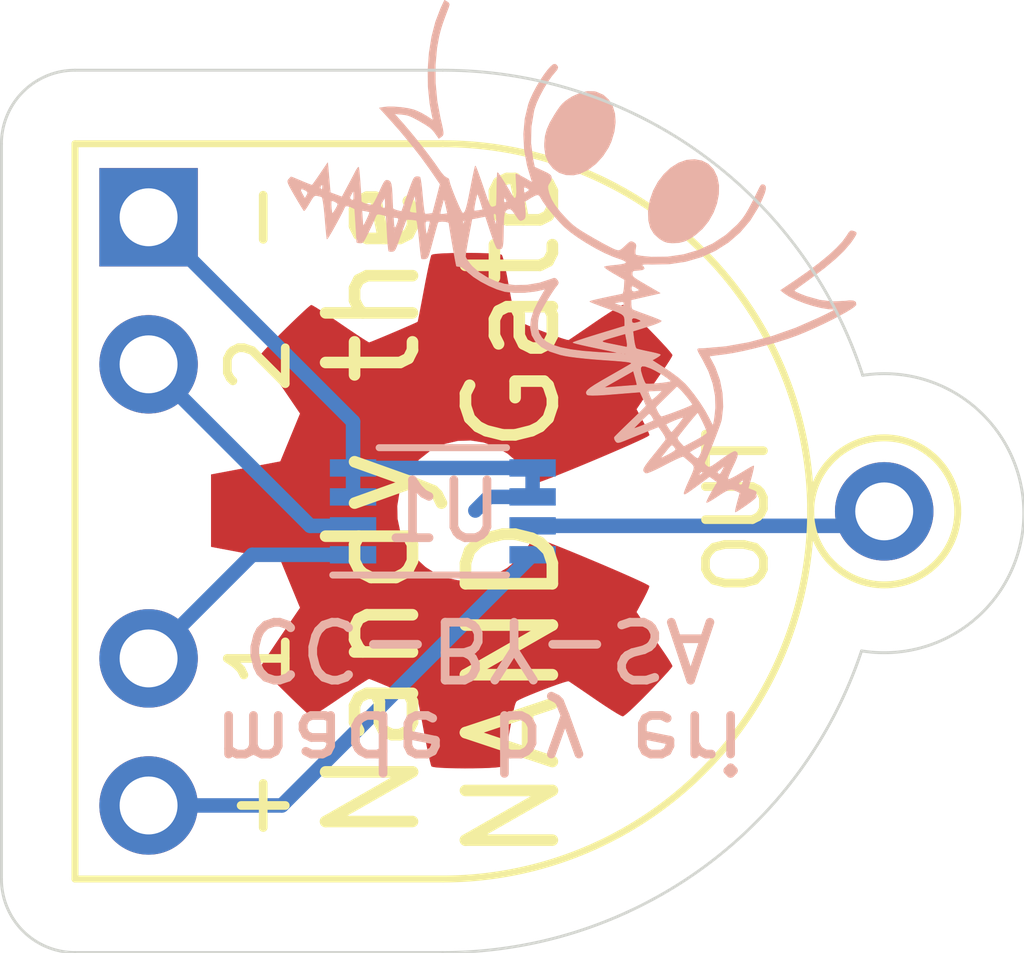
<source format=kicad_pcb>
(kicad_pcb (version 20171130) (host pcbnew 5.1.9-73d0e3b20d~88~ubuntu20.10.1)

  (general
    (thickness 1.6)
    (drawings 20)
    (tracks 14)
    (zones 0)
    (modules 6)
    (nets 6)
  )

  (page A4)
  (layers
    (0 F.Cu signal)
    (31 B.Cu signal)
    (32 B.Adhes user)
    (33 F.Adhes user)
    (34 B.Paste user)
    (35 F.Paste user)
    (36 B.SilkS user)
    (37 F.SilkS user)
    (38 B.Mask user)
    (39 F.Mask user)
    (40 Dwgs.User user)
    (41 Cmts.User user)
    (42 Eco1.User user)
    (43 Eco2.User user)
    (44 Edge.Cuts user)
    (45 Margin user)
    (46 B.CrtYd user)
    (47 F.CrtYd user)
    (48 B.Fab user hide)
    (49 F.Fab user hide)
  )

  (setup
    (last_trace_width 0.25)
    (user_trace_width 0.5)
    (user_trace_width 1)
    (trace_clearance 0.2)
    (zone_clearance 0.508)
    (zone_45_only no)
    (trace_min 0.2)
    (via_size 0.8)
    (via_drill 0.4)
    (via_min_size 0.4)
    (via_min_drill 0.3)
    (uvia_size 0.3)
    (uvia_drill 0.1)
    (uvias_allowed no)
    (uvia_min_size 0.2)
    (uvia_min_drill 0.1)
    (edge_width 0.05)
    (segment_width 0.2)
    (pcb_text_width 0.3)
    (pcb_text_size 1.5 1.5)
    (mod_edge_width 0.12)
    (mod_text_size 1 1)
    (mod_text_width 0.15)
    (pad_size 1.7 1.7)
    (pad_drill 1)
    (pad_to_mask_clearance 0)
    (aux_axis_origin 0 0)
    (visible_elements FFFFFF7F)
    (pcbplotparams
      (layerselection 0x010f0_ffffffff)
      (usegerberextensions false)
      (usegerberattributes true)
      (usegerberadvancedattributes true)
      (creategerberjobfile true)
      (excludeedgelayer true)
      (linewidth 0.100000)
      (plotframeref false)
      (viasonmask false)
      (mode 1)
      (useauxorigin false)
      (hpglpennumber 1)
      (hpglpenspeed 20)
      (hpglpendiameter 15.000000)
      (psnegative false)
      (psa4output false)
      (plotreference true)
      (plotvalue true)
      (plotinvisibletext false)
      (padsonsilk false)
      (subtractmaskfromsilk false)
      (outputformat 1)
      (mirror false)
      (drillshape 0)
      (scaleselection 1)
      (outputdirectory "jlc/"))
  )

  (net 0 "")
  (net 1 VCC)
  (net 2 GND)
  (net 3 "Net-(J4-Pad1)")
  (net 4 "Net-(J1-Pad1)")
  (net 5 "Net-(J2-Pad2)")

  (net_class Default "This is the default net class."
    (clearance 0.2)
    (trace_width 0.25)
    (via_dia 0.8)
    (via_drill 0.4)
    (uvia_dia 0.3)
    (uvia_drill 0.1)
    (add_net GND)
    (add_net "Net-(J1-Pad1)")
    (add_net "Net-(J2-Pad2)")
    (add_net "Net-(J4-Pad1)")
    (add_net VCC)
  )

  (module Symbol:OSHW-Symbol_8.9x8mm_Copper (layer F.Cu) (tedit 0) (tstamp 6088EFF3)
    (at 88.9 127 90)
    (descr "Open Source Hardware Symbol")
    (tags "Logo Symbol OSHW")
    (attr virtual)
    (fp_text reference REF** (at 0 0 90) (layer F.SilkS) hide
      (effects (font (size 1 1) (thickness 0.15)))
    )
    (fp_text value OSHW-Symbol_8.9x8mm_Copper (at 0.75 0 90) (layer F.Fab) hide
      (effects (font (size 1 1) (thickness 0.15)))
    )
    (fp_poly (pts (xy 0.746536 -3.399573) (xy 0.859118 -2.802382) (xy 1.274531 -2.631135) (xy 1.689945 -2.459888)
      (xy 2.188302 -2.798767) (xy 2.327869 -2.893123) (xy 2.454029 -2.97737) (xy 2.560896 -3.047662)
      (xy 2.642583 -3.100153) (xy 2.693202 -3.130996) (xy 2.706987 -3.137647) (xy 2.731821 -3.120542)
      (xy 2.784889 -3.073256) (xy 2.860241 -3.001828) (xy 2.95193 -2.9123) (xy 3.054008 -2.810711)
      (xy 3.160527 -2.703102) (xy 3.265537 -2.595513) (xy 3.363092 -2.493985) (xy 3.447243 -2.404559)
      (xy 3.512041 -2.333274) (xy 3.551538 -2.286172) (xy 3.560981 -2.270408) (xy 3.547392 -2.241347)
      (xy 3.509294 -2.177679) (xy 3.450694 -2.085633) (xy 3.375598 -1.971436) (xy 3.288009 -1.841316)
      (xy 3.237255 -1.767099) (xy 3.144746 -1.631578) (xy 3.062541 -1.509284) (xy 2.994631 -1.406305)
      (xy 2.945001 -1.328727) (xy 2.917641 -1.282639) (xy 2.91353 -1.272953) (xy 2.92285 -1.245426)
      (xy 2.948255 -1.181272) (xy 2.985912 -1.08951) (xy 3.031987 -0.979161) (xy 3.082647 -0.859245)
      (xy 3.13406 -0.738781) (xy 3.18239 -0.626791) (xy 3.223807 -0.532293) (xy 3.254475 -0.464308)
      (xy 3.270562 -0.431857) (xy 3.271512 -0.43058) (xy 3.296773 -0.424383) (xy 3.364046 -0.41056)
      (xy 3.466361 -0.390468) (xy 3.596742 -0.365466) (xy 3.748217 -0.336914) (xy 3.836594 -0.320449)
      (xy 3.998453 -0.289631) (xy 4.14465 -0.260306) (xy 4.267788 -0.234079) (xy 4.36047 -0.212554)
      (xy 4.415302 -0.197335) (xy 4.426324 -0.192507) (xy 4.437119 -0.159826) (xy 4.44583 -0.086015)
      (xy 4.452461 0.020292) (xy 4.457019 0.150467) (xy 4.45951 0.295876) (xy 4.459939 0.44789)
      (xy 4.458312 0.597877) (xy 4.454636 0.737206) (xy 4.448916 0.857245) (xy 4.441158 0.949365)
      (xy 4.431369 1.004932) (xy 4.425497 1.0165) (xy 4.3904 1.030365) (xy 4.316029 1.050188)
      (xy 4.212224 1.073639) (xy 4.08882 1.098391) (xy 4.045742 1.106398) (xy 3.838048 1.144441)
      (xy 3.673985 1.175079) (xy 3.548131 1.199529) (xy 3.455066 1.219009) (xy 3.389368 1.234736)
      (xy 3.345618 1.247928) (xy 3.318393 1.259804) (xy 3.302273 1.27158) (xy 3.300018 1.273908)
      (xy 3.277504 1.3114) (xy 3.243159 1.384365) (xy 3.200412 1.483867) (xy 3.152693 1.600973)
      (xy 3.103431 1.726748) (xy 3.056056 1.852257) (xy 3.013996 1.968565) (xy 2.980681 2.066739)
      (xy 2.959542 2.137843) (xy 2.954006 2.172942) (xy 2.954467 2.174172) (xy 2.973224 2.202861)
      (xy 3.015777 2.265985) (xy 3.077654 2.356973) (xy 3.154383 2.469255) (xy 3.241492 2.59626)
      (xy 3.266299 2.632353) (xy 3.354753 2.763203) (xy 3.432589 2.882591) (xy 3.495567 2.983662)
      (xy 3.539446 3.059559) (xy 3.559986 3.103427) (xy 3.560981 3.108817) (xy 3.543723 3.137144)
      (xy 3.496036 3.193261) (xy 3.424051 3.271137) (xy 3.333898 3.36474) (xy 3.231706 3.468041)
      (xy 3.123606 3.575006) (xy 3.015729 3.679606) (xy 2.914205 3.775809) (xy 2.825163 3.857584)
      (xy 2.754734 3.9189) (xy 2.709048 3.953726) (xy 2.69641 3.959412) (xy 2.666992 3.94602)
      (xy 2.606762 3.909899) (xy 2.52553 3.857136) (xy 2.463031 3.814667) (xy 2.349786 3.73674)
      (xy 2.215675 3.644984) (xy 2.081156 3.553375) (xy 2.008834 3.504346) (xy 1.764039 3.33877)
      (xy 1.558551 3.449875) (xy 1.464937 3.498548) (xy 1.385331 3.536381) (xy 1.331468 3.557958)
      (xy 1.317758 3.560961) (xy 1.301271 3.538793) (xy 1.268746 3.476149) (xy 1.222609 3.378809)
      (xy 1.165291 3.252549) (xy 1.099217 3.10315) (xy 1.026816 2.936388) (xy 0.950517 2.758042)
      (xy 0.872747 2.573891) (xy 0.795935 2.389712) (xy 0.722507 2.211285) (xy 0.654893 2.044387)
      (xy 0.595521 1.894797) (xy 0.546817 1.768293) (xy 0.511211 1.670654) (xy 0.491131 1.607657)
      (xy 0.487901 1.586021) (xy 0.513497 1.558424) (xy 0.569539 1.513625) (xy 0.644312 1.460934)
      (xy 0.650588 1.456765) (xy 0.843846 1.302069) (xy 0.999675 1.121591) (xy 1.116725 0.921102)
      (xy 1.193646 0.706374) (xy 1.229087 0.483177) (xy 1.221698 0.257281) (xy 1.170128 0.034459)
      (xy 1.073027 -0.179521) (xy 1.044459 -0.226336) (xy 0.895869 -0.415382) (xy 0.720328 -0.567188)
      (xy 0.523911 -0.680966) (xy 0.312694 -0.755925) (xy 0.092754 -0.791278) (xy -0.129836 -0.786233)
      (xy -0.348998 -0.740001) (xy -0.558657 -0.651794) (xy -0.752738 -0.520821) (xy -0.812773 -0.467663)
      (xy -0.965564 -0.301261) (xy -1.076902 -0.126088) (xy -1.153276 0.070266) (xy -1.195812 0.264717)
      (xy -1.206313 0.483342) (xy -1.171299 0.703052) (xy -1.094326 0.91642) (xy -0.978952 1.116022)
      (xy -0.828734 1.294429) (xy -0.647226 1.444217) (xy -0.623372 1.460006) (xy -0.547798 1.511712)
      (xy -0.490348 1.556512) (xy -0.462882 1.585117) (xy -0.462482 1.586021) (xy -0.468379 1.616964)
      (xy -0.491754 1.687191) (xy -0.530178 1.790925) (xy -0.581222 1.92239) (xy -0.642457 2.075807)
      (xy -0.711455 2.245401) (xy -0.785786 2.425393) (xy -0.863021 2.610008) (xy -0.940731 2.793468)
      (xy -1.016488 2.969996) (xy -1.087862 3.133814) (xy -1.152425 3.279147) (xy -1.207747 3.400217)
      (xy -1.251399 3.491247) (xy -1.280953 3.54646) (xy -1.292855 3.560961) (xy -1.329222 3.549669)
      (xy -1.397269 3.519385) (xy -1.485263 3.47552) (xy -1.533649 3.449875) (xy -1.739136 3.33877)
      (xy -1.983931 3.504346) (xy -2.108893 3.58917) (xy -2.245704 3.682516) (xy -2.373911 3.770408)
      (xy -2.438128 3.814667) (xy -2.528448 3.875318) (xy -2.604928 3.923381) (xy -2.657592 3.95277)
      (xy -2.674697 3.958982) (xy -2.699594 3.942223) (xy -2.754694 3.895436) (xy -2.834656 3.82348)
      (xy -2.934139 3.731212) (xy -3.047799 3.62349) (xy -3.119684 3.554326) (xy -3.245448 3.430757)
      (xy -3.354136 3.320234) (xy -3.441354 3.227485) (xy -3.50271 3.157237) (xy -3.533808 3.11422)
      (xy -3.536791 3.10549) (xy -3.522946 3.072284) (xy -3.484687 3.005142) (xy -3.426258 2.910863)
      (xy -3.351902 2.796245) (xy -3.265864 2.668083) (xy -3.241397 2.632353) (xy -3.152245 2.502489)
      (xy -3.072261 2.385569) (xy -3.005919 2.288162) (xy -2.957688 2.216839) (xy -2.932042 2.17817)
      (xy -2.929564 2.174172) (xy -2.93327 2.143355) (xy -2.952938 2.075599) (xy -2.985139 1.979839)
      (xy -3.026444 1.865009) (xy -3.073424 1.740044) (xy -3.12265 1.613879) (xy -3.170691 1.495448)
      (xy -3.214118 1.393685) (xy -3.249503 1.317526) (xy -3.273415 1.275904) (xy -3.275115 1.273908)
      (xy -3.289737 1.262013) (xy -3.314434 1.25025) (xy -3.354627 1.237401) (xy -3.415736 1.222249)
      (xy -3.503182 1.203576) (xy -3.622387 1.180165) (xy -3.778772 1.150797) (xy -3.977756 1.114255)
      (xy -4.020839 1.106398) (xy -4.148529 1.081727) (xy -4.259846 1.057593) (xy -4.344954 1.036324)
      (xy -4.394016 1.020248) (xy -4.400594 1.0165) (xy -4.411435 0.983273) (xy -4.420246 0.909021)
      (xy -4.427023 0.802376) (xy -4.431759 0.671967) (xy -4.434449 0.526427) (xy -4.435086 0.374386)
      (xy -4.433665 0.224476) (xy -4.430179 0.085328) (xy -4.424623 -0.034428) (xy -4.416991 -0.126159)
      (xy -4.407277 -0.181234) (xy -4.401421 -0.192507) (xy -4.368819 -0.203877) (xy -4.294581 -0.222376)
      (xy -4.186103 -0.246398) (xy -4.050782 -0.274338) (xy -3.896014 -0.304592) (xy -3.811692 -0.320449)
      (xy -3.651703 -0.350356) (xy -3.509032 -0.37745) (xy -3.390651 -0.400369) (xy -3.303534 -0.417757)
      (xy -3.254654 -0.428253) (xy -3.246609 -0.43058) (xy -3.233012 -0.456814) (xy -3.20427 -0.520005)
      (xy -3.164214 -0.611123) (xy -3.116675 -0.721143) (xy -3.065484 -0.841035) (xy -3.014473 -0.961773)
      (xy -2.967473 -1.074329) (xy -2.928315 -1.169674) (xy -2.90083 -1.238783) (xy -2.88885 -1.272626)
      (xy -2.888627 -1.274105) (xy -2.902208 -1.300803) (xy -2.940284 -1.36224) (xy -2.998852 -1.452311)
      (xy -3.073911 -1.56491) (xy -3.161459 -1.69393) (xy -3.212352 -1.768039) (xy -3.30509 -1.903923)
      (xy -3.387458 -2.027291) (xy -3.455438 -2.131903) (xy -3.505011 -2.211517) (xy -3.532157 -2.259893)
      (xy -3.536078 -2.270738) (xy -3.519224 -2.29598) (xy -3.472631 -2.349876) (xy -3.402251 -2.426387)
      (xy -3.314034 -2.519477) (xy -3.213934 -2.623105) (xy -3.107901 -2.731236) (xy -3.001888 -2.83783)
      (xy -2.901847 -2.93685) (xy -2.813729 -3.022258) (xy -2.743486 -3.088015) (xy -2.697071 -3.128084)
      (xy -2.681543 -3.137647) (xy -2.65626 -3.1242) (xy -2.595788 -3.086425) (xy -2.506007 -3.028165)
      (xy -2.392796 -2.953266) (xy -2.262036 -2.865575) (xy -2.1634 -2.798767) (xy -1.665042 -2.459888)
      (xy -1.249629 -2.631135) (xy -0.834215 -2.802382) (xy -0.721633 -3.399573) (xy -0.60905 -3.996765)
      (xy 0.633953 -3.996765) (xy 0.746536 -3.399573)) (layer F.Cu) (width 0.01))
  )

  (module "random stuff:mothfacefixed" (layer B.Cu) (tedit 0) (tstamp 60878A7D)
    (at 90.805 123.19 330)
    (fp_text reference Ref** (at 0 0 330) (layer B.SilkS) hide
      (effects (font (size 1.27 1.27) (thickness 0.15)) (justify mirror))
    )
    (fp_text value Val** (at 0 0 330) (layer B.SilkS) hide
      (effects (font (size 1.27 1.27) (thickness 0.15)) (justify mirror))
    )
    (fp_poly (pts (xy 2.985057 1.907836) (xy 3.024025 1.85998) (xy 3.075911 1.787532) (xy 3.136385 1.696407)
      (xy 3.172181 1.639759) (xy 3.234029 1.542684) (xy 3.289787 1.459798) (xy 3.335094 1.397229)
      (xy 3.365593 1.361102) (xy 3.375025 1.354667) (xy 3.408895 1.358619) (xy 3.468945 1.368801)
      (xy 3.518841 1.378378) (xy 3.570344 1.389125) (xy 3.60646 1.401858) (xy 3.630701 1.423683)
      (xy 3.646578 1.461708) (xy 3.647312 1.465792) (xy 3.767991 1.465792) (xy 3.775705 1.428629)
      (xy 3.788833 1.418167) (xy 3.809161 1.430321) (xy 3.809676 1.434042) (xy 3.7991 1.463722)
      (xy 3.788833 1.481667) (xy 3.773393 1.49829) (xy 3.768226 1.477267) (xy 3.767991 1.465792)
      (xy 3.647312 1.465792) (xy 3.657602 1.523039) (xy 3.667285 1.614785) (xy 3.674453 1.693333)
      (xy 3.683468 1.776449) (xy 3.693683 1.84701) (xy 3.703016 1.890849) (xy 3.703771 1.893079)
      (xy 3.710892 1.906547) (xy 3.720356 1.906818) (xy 3.734535 1.889554) (xy 3.7558 1.850415)
      (xy 3.786522 1.785062) (xy 3.829073 1.689157) (xy 3.882517 1.566017) (xy 3.942085 1.428116)
      (xy 4.106333 1.44378) (xy 4.106333 1.64264) (xy 4.108004 1.728522) (xy 4.11249 1.795755)
      (xy 4.119006 1.835097) (xy 4.123262 1.8415) (xy 4.139506 1.823764) (xy 4.168438 1.776384)
      (xy 4.204901 1.708107) (xy 4.22099 1.675775) (xy 4.273124 1.571852) (xy 4.314055 1.500426)
      (xy 4.349439 1.455164) (xy 4.384934 1.429732) (xy 4.426195 1.417795) (xy 4.454204 1.414623)
      (xy 4.537491 1.407971) (xy 4.580008 1.571819) (xy 4.601148 1.648004) (xy 4.619643 1.705239)
      (xy 4.632262 1.733796) (xy 4.634304 1.735328) (xy 4.647449 1.717208) (xy 4.673847 1.668446)
      (xy 4.709363 1.596998) (xy 4.740781 1.530533) (xy 4.78633 1.426939) (xy 4.810723 1.358216)
      (xy 4.814448 1.322853) (xy 4.809572 1.317441) (xy 4.786257 1.291664) (xy 4.783667 1.276959)
      (xy 4.774698 1.257144) (xy 4.741269 1.25359) (xy 4.703262 1.258697) (xy 4.622858 1.272281)
      (xy 4.573451 1.080641) (xy 4.55067 0.997548) (xy 4.530282 0.932624) (xy 4.515259 0.894892)
      (xy 4.510382 0.889) (xy 4.495647 0.906565) (xy 4.465986 0.954251) (xy 4.425861 1.024547)
      (xy 4.384633 1.100667) (xy 4.337676 1.185075) (xy 4.295312 1.253498) (xy 4.271586 1.285961)
      (xy 4.43796 1.285961) (xy 4.438733 1.262432) (xy 4.448851 1.23825) (xy 4.467922 1.199679)
      (xy 4.47768 1.185333) (xy 4.484642 1.203273) (xy 4.492514 1.23825) (xy 4.493139 1.278399)
      (xy 4.469304 1.291008) (xy 4.463685 1.291167) (xy 4.43796 1.285961) (xy 4.271586 1.285961)
      (xy 4.262523 1.29836) (xy 4.245474 1.312334) (xy 4.231383 1.297792) (xy 4.219829 1.251568)
      (xy 4.210095 1.169759) (xy 4.203733 1.085443) (xy 4.194695 0.973433) (xy 4.183174 0.897835)
      (xy 4.166918 0.852729) (xy 4.143676 0.832194) (xy 4.111195 0.83031) (xy 4.106965 0.830987)
      (xy 4.086771 0.85147) (xy 4.05473 0.903249) (xy 4.01523 0.978521) (xy 3.972663 1.069485)
      (xy 3.972276 1.070359) (xy 3.928287 1.168683) (xy 3.896638 1.234373) (xy 3.872796 1.27362)
      (xy 3.852229 1.292614) (xy 3.830405 1.297549) (xy 3.807602 1.29533) (xy 3.763969 1.281703)
      (xy 3.746291 1.262306) (xy 3.742592 1.204662) (xy 3.733131 1.116926) (xy 3.719333 1.008703)
      (xy 3.702625 0.8896) (xy 3.684433 0.769222) (xy 3.666184 0.657174) (xy 3.649304 0.563063)
      (xy 3.635219 0.496493) (xy 3.629574 0.47625) (xy 3.539163 0.268749) (xy 3.413847 0.073083)
      (xy 3.260334 -0.10246) (xy 3.085335 -0.249591) (xy 2.994289 -0.308501) (xy 2.94102 -0.34077)
      (xy 2.906766 -0.363538) (xy 2.899833 -0.369849) (xy 2.915744 -0.384056) (xy 2.959122 -0.418409)
      (xy 3.023435 -0.467828) (xy 3.102152 -0.527237) (xy 3.106208 -0.530274) (xy 3.223732 -0.624625)
      (xy 3.359602 -0.744244) (xy 3.505842 -0.881242) (xy 3.654475 -1.027734) (xy 3.797525 -1.175832)
      (xy 3.927014 -1.31765) (xy 4.034965 -1.4453) (xy 4.047046 -1.4605) (xy 4.140744 -1.582906)
      (xy 4.235148 -1.712536) (xy 4.327078 -1.844384) (xy 4.41335 -1.973441) (xy 4.490786 -2.094699)
      (xy 4.556202 -2.203152) (xy 4.606417 -2.293791) (xy 4.638251 -2.361609) (xy 4.648521 -2.401597)
      (xy 4.647669 -2.405917) (xy 4.621002 -2.440546) (xy 4.577943 -2.442323) (xy 4.515347 -2.410673)
      (xy 4.463047 -2.372185) (xy 4.278392 -2.251626) (xy 4.065252 -2.160483) (xy 3.826688 -2.099939)
      (xy 3.71668 -2.083563) (xy 3.646795 -2.076817) (xy 3.610951 -2.078605) (xy 3.601534 -2.089895)
      (xy 3.603724 -2.097933) (xy 3.616186 -2.126589) (xy 3.642675 -2.186547) (xy 3.679933 -2.270462)
      (xy 3.724703 -2.370992) (xy 3.752893 -2.434167) (xy 3.860199 -2.687552) (xy 3.941776 -2.909897)
      (xy 3.998281 -3.103267) (xy 4.030368 -3.269727) (xy 4.036285 -3.326224) (xy 4.042013 -3.412086)
      (xy 4.040251 -3.462944) (xy 4.027052 -3.485979) (xy 3.998466 -3.48837) (xy 3.952875 -3.477909)
      (xy 3.93011 -3.462588) (xy 3.918811 -3.425299) (xy 3.915833 -3.358231) (xy 3.903983 -3.23789)
      (xy 3.869201 -3.086068) (xy 3.812642 -2.906098) (xy 3.735461 -2.701314) (xy 3.638813 -2.475047)
      (xy 3.528406 -2.239936) (xy 3.39725 -1.971622) (xy 3.476466 -1.959253) (xy 3.580262 -1.953943)
      (xy 3.711061 -1.963472) (xy 3.857152 -1.985555) (xy 4.006822 -2.01791) (xy 4.148358 -2.058254)
      (xy 4.270047 -2.104304) (xy 4.304338 -2.12061) (xy 4.338454 -2.137927) (xy 4.360149 -2.146568)
      (xy 4.367605 -2.142195) (xy 4.359006 -2.12047) (xy 4.332536 -2.077054) (xy 4.286379 -2.007611)
      (xy 4.218719 -1.9078) (xy 4.209638 -1.894417) (xy 3.948812 -1.538903) (xy 3.668604 -1.21172)
      (xy 3.372319 -0.916109) (xy 3.063259 -0.655311) (xy 2.74473 -0.432566) (xy 2.676436 -0.390622)
      (xy 2.664709 -0.377721) (xy 2.673066 -0.360463) (xy 2.706355 -0.334781) (xy 2.769427 -0.296609)
      (xy 2.827883 -0.263622) (xy 3.020473 -0.138125) (xy 3.190625 0.009483) (xy 3.331905 0.172703)
      (xy 3.437881 0.345034) (xy 3.445026 0.359833) (xy 3.493036 0.465543) (xy 3.527406 0.54976)
      (xy 3.546324 0.60753) (xy 3.547981 0.633896) (xy 3.545562 0.635) (xy 3.526153 0.624038)
      (xy 3.481759 0.595388) (xy 3.425835 0.557854) (xy 3.306707 0.485229) (xy 3.162176 0.410088)
      (xy 3.00801 0.339782) (xy 2.859974 0.281661) (xy 2.772833 0.253416) (xy 2.630921 0.222581)
      (xy 2.45609 0.202765) (xy 2.34653 0.196411) (xy 2.078977 0.185049) (xy 2.121612 0.112787)
      (xy 2.14636 0.065023) (xy 2.155738 0.034618) (xy 2.15468 0.030958) (xy 2.131818 0.033129)
      (xy 2.078361 0.046859) (xy 2.003628 0.069603) (xy 1.957586 0.084779) (xy 1.872578 0.112579)
      (xy 1.801277 0.134178) (xy 1.754179 0.146475) (xy 1.742965 0.148167) (xy 1.717402 0.132344)
      (xy 1.676343 0.090847) (xy 1.628641 0.032631) (xy 1.628277 0.032149) (xy 1.540683 -0.083868)
      (xy 1.721991 -0.280059) (xy 1.789371 -0.355604) (xy 1.840488 -0.418162) (xy 1.871093 -0.462143)
      (xy 1.876936 -0.481958) (xy 1.87587 -0.482425) (xy 1.845047 -0.481295) (xy 1.782127 -0.473552)
      (xy 1.696601 -0.460511) (xy 1.608436 -0.445383) (xy 1.511147 -0.428215) (xy 1.428466 -0.414277)
      (xy 1.369703 -0.405098) (xy 1.344945 -0.402167) (xy 1.319713 -0.418774) (xy 1.28772 -0.459692)
      (xy 1.281808 -0.469293) (xy 1.242155 -0.53642) (xy 1.430702 -0.711865) (xy 1.61925 -0.887311)
      (xy 1.339536 -0.888155) (xy 1.224982 -0.889009) (xy 1.145539 -0.891424) (xy 1.093988 -0.896402)
      (xy 1.063111 -0.904941) (xy 1.045689 -0.918042) (xy 1.037911 -0.929942) (xy 1.021995 -0.962032)
      (xy 1.021975 -0.983939) (xy 1.043919 -1.006553) (xy 1.093896 -1.040762) (xy 1.103033 -1.046804)
      (xy 1.156069 -1.088399) (xy 1.169408 -1.118239) (xy 1.143248 -1.138732) (xy 1.11125 -1.147056)
      (xy 1.102437 -1.157234) (xy 1.126479 -1.179445) (xy 1.18564 -1.21537) (xy 1.248833 -1.249408)
      (xy 1.503343 -1.403455) (xy 1.727511 -1.582015) (xy 1.919692 -1.7824) (xy 2.07824 -2.001919)
      (xy 2.201512 -2.237883) (xy 2.287862 -2.487602) (xy 2.335646 -2.748385) (xy 2.343218 -3.017542)
      (xy 2.342153 -3.037417) (xy 2.331095 -3.180693) (xy 2.316595 -3.285362) (xy 2.297604 -3.355084)
      (xy 2.273072 -3.393516) (xy 2.241948 -3.404318) (xy 2.237022 -3.403836) (xy 2.205824 -3.392199)
      (xy 2.195018 -3.360988) (xy 2.195824 -3.323167) (xy 2.207085 -3.151018) (xy 2.214475 -3.01387)
      (xy 2.217858 -2.904555) (xy 2.2171 -2.815904) (xy 2.212066 -2.740751) (xy 2.202624 -2.671928)
      (xy 2.188637 -2.602267) (xy 2.18175 -2.572606) (xy 2.100037 -2.319704) (xy 1.980519 -2.082596)
      (xy 1.825739 -1.864259) (xy 1.63824 -1.66767) (xy 1.420563 -1.495806) (xy 1.175251 -1.351644)
      (xy 1.113861 -1.322105) (xy 1.036643 -1.288018) (xy 0.972002 -1.262376) (xy 0.931144 -1.249539)
      (xy 0.925488 -1.248833) (xy 0.901459 -1.267239) (xy 0.87721 -1.313387) (xy 0.870334 -1.3335)
      (xy 0.849702 -1.388331) (xy 0.824406 -1.412757) (xy 0.785106 -1.418167) (xy 0.751077 -1.414612)
      (xy 0.728324 -1.397624) (xy 0.709685 -1.357713) (xy 0.689834 -1.291962) (xy 0.668489 -1.221946)
      (xy 0.648456 -1.182135) (xy 0.621025 -1.161601) (xy 0.577484 -1.14942) (xy 0.57592 -1.149087)
      (xy 0.52854 -1.14351) (xy 0.44785 -1.138775) (xy 0.342868 -1.135217) (xy 0.222614 -1.13317)
      (xy 0.137583 -1.132811) (xy -0.002665 -1.13367) (xy -0.110354 -1.13651) (xy -0.195245 -1.142249)
      (xy -0.2671 -1.151808) (xy -0.33568 -1.166106) (xy -0.402167 -1.183644) (xy -0.571258 -1.236143)
      (xy -0.705186 -1.289915) (xy -0.811064 -1.348359) (xy -0.89601 -1.414877) (xy -0.906083 -1.424486)
      (xy -0.958036 -1.478993) (xy -0.983415 -1.519206) (xy -0.988644 -1.55735) (xy -0.986165 -1.576917)
      (xy -0.988096 -1.641978) (xy -1.004592 -1.679408) (xy -1.024906 -1.699267) (xy -1.054598 -1.709106)
      (xy -1.104308 -1.710315) (xy -1.184679 -1.704285) (xy -1.1907 -1.703724) (xy -1.347299 -1.68905)
      (xy -1.438693 -1.791733) (xy -1.608834 -2.014406) (xy -1.744534 -2.26014) (xy -1.843174 -2.524076)
      (xy -1.853611 -2.561216) (xy -1.87314 -2.664627) (xy -1.885497 -2.79465) (xy -1.890451 -2.936808)
      (xy -1.887771 -3.076624) (xy -1.877225 -3.199618) (xy -1.864917 -3.26846) (xy -1.852451 -3.342646)
      (xy -1.861687 -3.385756) (xy -1.895781 -3.404773) (xy -1.9278 -3.407509) (xy -1.952106 -3.387842)
      (xy -1.97276 -3.333083) (xy -1.989311 -3.250354) (xy -2.001309 -3.146774) (xy -2.008301 -3.029464)
      (xy -2.009838 -2.905545) (xy -2.005469 -2.782138) (xy -1.994742 -2.666362) (xy -1.980258 -2.579126)
      (xy -1.906851 -2.330765) (xy -1.79504 -2.089349) (xy -1.648752 -1.861697) (xy -1.471916 -1.654633)
      (xy -1.416729 -1.600582) (xy -1.245321 -1.439333) (xy -1.405827 -1.439333) (xy -1.482177 -1.437935)
      (xy -1.538832 -1.434233) (xy -1.565503 -1.428968) (xy -1.566333 -1.427794) (xy -1.555253 -1.406287)
      (xy -1.525578 -1.358368) (xy -1.482656 -1.292538) (xy -1.477724 -1.285168) (xy -1.329185 -1.285168)
      (xy -1.321861 -1.306678) (xy -1.280583 -1.312333) (xy -1.240766 -1.308224) (xy -1.227667 -1.300358)
      (xy -1.236573 -1.274247) (xy -1.250514 -1.245694) (xy -1.269942 -1.216009) (xy -1.287656 -1.22289)
      (xy -1.302757 -1.241794) (xy -1.329185 -1.285168) (xy -1.477724 -1.285168) (xy -1.458823 -1.256931)
      (xy -1.399771 -1.162533) (xy -1.368315 -1.095851) (xy -1.364531 -1.057896) (xy -1.3885 -1.049678)
      (xy -1.4403 -1.07221) (xy -1.444624 -1.074758) (xy -1.523007 -1.120234) (xy -1.608006 -1.167478)
      (xy -1.691392 -1.212185) (xy -1.764934 -1.250049) (xy -1.820404 -1.276763) (xy -1.849571 -1.288022)
      (xy -1.851884 -1.287838) (xy -1.844969 -1.267631) (xy -1.820561 -1.217819) (xy -1.782311 -1.145471)
      (xy -1.73387 -1.057658) (xy -1.723566 -1.039367) (xy -1.68202 -0.964971) (xy -1.53478 -0.964971)
      (xy -1.517326 -0.970956) (xy -1.481844 -0.953057) (xy -1.462253 -0.929573) (xy -1.474591 -0.908775)
      (xy -1.498424 -0.899294) (xy -1.521856 -0.927342) (xy -1.522784 -0.929061) (xy -1.53478 -0.964971)
      (xy -1.68202 -0.964971) (xy -1.672815 -0.948489) (xy -1.630662 -0.870928) (xy -1.601026 -0.814052)
      (xy -1.587828 -0.785228) (xy -1.5875 -0.783603) (xy -1.601483 -0.759268) (xy -1.625116 -0.734519)
      (xy -1.640427 -0.724042) (xy -1.658765 -0.722706) (xy -1.684999 -0.733787) (xy -1.723999 -0.76056)
      (xy -1.780635 -0.806298) (xy -1.859778 -0.874278) (xy -1.947907 -0.951576) (xy -2.039564 -1.031497)
      (xy -2.119881 -1.100043) (xy -2.183694 -1.152927) (xy -2.225841 -1.185864) (xy -2.241045 -1.194861)
      (xy -2.236884 -1.173416) (xy -2.220526 -1.118441) (xy -2.194019 -1.036276) (xy -2.159407 -0.933257)
      (xy -2.118737 -0.815723) (xy -2.117951 -0.813484) (xy -2.112518 -0.797676) (xy -1.97334 -0.797676)
      (xy -1.971364 -0.800989) (xy -1.946744 -0.783727) (xy -1.90164 -0.745823) (xy -1.851058 -0.700279)
      (xy -1.784212 -0.638354) (xy -1.553677 -0.638354) (xy -1.529424 -0.655456) (xy -1.49958 -0.634321)
      (xy -1.462249 -0.573508) (xy -1.458541 -0.566208) (xy -1.413389 -0.47625) (xy -1.489037 -0.548395)
      (xy -1.530568 -0.5932) (xy -1.552756 -0.627622) (xy -1.553677 -0.638354) (xy -1.784212 -0.638354)
      (xy -1.750157 -0.606807) (xy -1.808854 -0.556318) (xy -1.84885 -0.525305) (xy -1.873117 -0.512807)
      (xy -1.875084 -0.513362) (xy -1.889368 -0.53921) (xy -1.909638 -0.589057) (xy -1.932033 -0.651365)
      (xy -1.952689 -0.714596) (xy -1.967745 -0.767212) (xy -1.97334 -0.797676) (xy -2.112518 -0.797676)
      (xy -2.067839 -0.667687) (xy -2.032534 -0.557021) (xy -2.011177 -0.477286) (xy -2.002909 -0.424285)
      (xy -2.006872 -0.39382) (xy -2.022206 -0.381693) (xy -2.029464 -0.381) (xy -2.056273 -0.393593)
      (xy -2.107674 -0.427341) (xy -2.175825 -0.476195) (xy -2.252882 -0.534107) (xy -2.331001 -0.595028)
      (xy -2.402339 -0.65291) (xy -2.459052 -0.701704) (xy -2.493296 -0.735362) (xy -2.498774 -0.742902)
      (xy -2.530891 -0.772655) (xy -2.569866 -0.771165) (xy -2.619808 -0.774255) (xy -2.699348 -0.801999)
      (xy -2.785978 -0.842545) (xy -2.889594 -0.89139) (xy -3.022938 -0.949483) (xy -3.175586 -1.012657)
      (xy -3.337115 -1.076742) (xy -3.497101 -1.13757) (xy -3.645122 -1.190972) (xy -3.725333 -1.218202)
      (xy -3.90525 -1.277376) (xy -3.788833 -1.33163) (xy -3.728976 -1.357021) (xy -3.672776 -1.37312)
      (xy -3.607542 -1.381968) (xy -3.52058 -1.38561) (xy -3.450167 -1.38615) (xy -3.340492 -1.38472)
      (xy -3.261005 -1.378965) (xy -3.199641 -1.367151) (xy -3.144332 -1.347541) (xy -3.126546 -1.339615)
      (xy -3.025175 -1.292814) (xy -3.001871 -1.34396) (xy -2.99451 -1.366889) (xy -2.997324 -1.390962)
      (xy -3.01435 -1.422223) (xy -3.049624 -1.466721) (xy -3.10718 -1.530502) (xy -3.173381 -1.600955)
      (xy -3.374413 -1.83532) (xy -3.555733 -2.090525) (xy -3.711774 -2.357348) (xy -3.836967 -2.626567)
      (xy -3.902151 -2.807939) (xy -3.925171 -2.884586) (xy -3.944333 -2.957488) (xy -3.961721 -3.036637)
      (xy -3.97942 -3.132027) (xy -3.999513 -3.253648) (xy -4.012914 -3.339042) (xy -4.026366 -3.387425)
      (xy -4.053662 -3.405916) (xy -4.078462 -3.407833) (xy -4.133339 -3.407833) (xy -4.119283 -3.252722)
      (xy -4.080241 -3.007688) (xy -4.008307 -2.749395) (xy -3.907187 -2.485862) (xy -3.780587 -2.225108)
      (xy -3.632213 -1.975152) (xy -3.465771 -1.744013) (xy -3.368906 -1.628974) (xy -3.264182 -1.511698)
      (xy -3.39595 -1.520088) (xy -3.491869 -1.52051) (xy -3.593217 -1.512419) (xy -3.644935 -1.504144)
      (xy -3.741538 -1.476282) (xy -3.853413 -1.432226) (xy -3.965411 -1.379002) (xy -4.062389 -1.32364)
      (xy -4.11467 -1.286181) (xy -4.175924 -1.235262) (xy -3.95592 -1.165713) (xy -3.676194 -1.072259)
      (xy -3.398683 -0.970064) (xy -3.136295 -0.864119) (xy -2.901934 -0.759415) (xy -2.887195 -0.752396)
      (xy -2.609972 -0.619794) (xy -2.555558 -0.423333) (xy -2.428309 -0.423333) (xy -2.4204 -0.425202)
      (xy -2.39089 -0.400414) (xy -2.363524 -0.372288) (xy -1.834737 -0.372288) (xy -1.744724 -0.45059)
      (xy -1.654712 -0.528892) (xy -1.442623 -0.338529) (xy -1.362184 -0.268279) (xy -1.291001 -0.209724)
      (xy -1.235826 -0.168161) (xy -1.203415 -0.148889) (xy -1.199942 -0.148167) (xy -1.161432 -0.163157)
      (xy -1.143343 -0.179503) (xy -1.136288 -0.198133) (xy -1.141078 -0.228489) (xy -1.160102 -0.2763)
      (xy -1.19575 -0.347298) (xy -1.250412 -0.447211) (xy -1.268198 -0.478925) (xy -1.331504 -0.594014)
      (xy -1.373941 -0.679334) (xy -1.397132 -0.740979) (xy -1.402705 -0.785042) (xy -1.392283 -0.817617)
      (xy -1.367493 -0.844796) (xy -1.366103 -0.845959) (xy -1.338834 -0.855864) (xy -1.296054 -0.846274)
      (xy -1.230043 -0.81612) (xy -1.160418 -0.781907) (xy -1.117896 -0.766614) (xy -1.092069 -0.76954)
      (xy -1.072527 -0.789983) (xy -1.062915 -0.804862) (xy -1.0514 -0.832187) (xy -1.055469 -0.86306)
      (xy -1.078636 -0.907943) (xy -1.117423 -0.967056) (xy -1.198698 -1.086388) (xy -1.137509 -1.19936)
      (xy -1.096217 -1.268735) (xy -1.062565 -1.303156) (xy -1.028421 -1.306953) (xy -0.985653 -1.284457)
      (xy -0.982208 -1.282067) (xy -0.924123 -1.249359) (xy -0.835831 -1.209217) (xy -0.727875 -1.165682)
      (xy -0.610798 -1.122791) (xy -0.495142 -1.084585) (xy -0.391449 -1.055103) (xy -0.386853 -1.053952)
      (xy -0.254496 -1.029612) (xy -0.093077 -1.013192) (xy 0.084856 -1.004824) (xy 0.266754 -1.004642)
      (xy 0.440067 -1.012779) (xy 0.592248 -1.029368) (xy 0.665299 -1.042784) (xy 0.766454 -1.061924)
      (xy 0.828423 -1.065138) (xy 0.851488 -1.051813) (xy 0.835932 -1.021332) (xy 0.782037 -0.973082)
      (xy 0.718727 -0.926342) (xy 0.681729 -0.899583) (xy 0.889 -0.899583) (xy 0.899583 -0.910167)
      (xy 0.910167 -0.899583) (xy 0.899583 -0.889) (xy 0.889 -0.899583) (xy 0.681729 -0.899583)
      (xy 0.65031 -0.87686) (xy 0.595781 -0.835036) (xy 0.564161 -0.807874) (xy 0.560301 -0.803337)
      (xy 0.574104 -0.793954) (xy 0.625257 -0.787219) (xy 0.708833 -0.783628) (xy 0.760394 -0.783167)
      (xy 0.972953 -0.783167) (xy 0.993353 -0.742908) (xy 1.134008 -0.742908) (xy 1.14286 -0.757825)
      (xy 1.181678 -0.761843) (xy 1.209545 -0.762) (xy 1.262712 -0.760075) (xy 1.280993 -0.751582)
      (xy 1.271764 -0.732442) (xy 1.269041 -0.729094) (xy 1.21784 -0.681575) (xy 1.177078 -0.675045)
      (xy 1.146667 -0.70949) (xy 1.146458 -0.709946) (xy 1.134008 -0.742908) (xy 0.993353 -0.742908)
      (xy 1.027887 -0.67476) (xy 1.05476 -0.613729) (xy 1.067472 -0.567944) (xy 1.065285 -0.550785)
      (xy 0.917861 -0.419295) (xy 0.825282 -0.335647) (xy 1.010129 -0.335647) (xy 1.071273 -0.389404)
      (xy 1.120058 -0.429318) (xy 1.148377 -0.441046) (xy 1.165575 -0.426454) (xy 1.172983 -0.40972)
      (xy 1.181479 -0.384106) (xy 1.174951 -0.369888) (xy 1.144059 -0.360202) (xy 1.092439 -0.350548)
      (xy 1.010129 -0.335647) (xy 0.825282 -0.335647) (xy 0.802238 -0.314827) (xy 0.7357 -0.253346)
      (xy 1.419638 -0.253346) (xy 1.432535 -0.285489) (xy 1.476375 -0.302339) (xy 1.542697 -0.311166)
      (xy 1.57188 -0.308975) (xy 1.568485 -0.292031) (xy 1.537073 -0.256601) (xy 1.534954 -0.254387)
      (xy 1.490959 -0.215006) (xy 1.460846 -0.206883) (xy 1.446327 -0.214645) (xy 1.419638 -0.253346)
      (xy 0.7357 -0.253346) (xy 0.717976 -0.23697) (xy 0.664633 -0.185314) (xy 0.641769 -0.15945)
      (xy 0.640972 -0.156305) (xy 0.663473 -0.157097) (xy 0.719977 -0.164644) (xy 0.802898 -0.177785)
      (xy 0.904653 -0.195362) (xy 0.949278 -0.203439) (xy 1.072063 -0.225522) (xy 1.160541 -0.23893)
      (xy 1.222027 -0.242705) (xy 1.263838 -0.235888) (xy 1.293289 -0.217522) (xy 1.317698 -0.186647)
      (xy 1.338415 -0.152457) (xy 1.37508 -0.089993) (xy 1.055382 0.25229) (xy 0.978782 0.334932)
      (xy 1.17001 0.334932) (xy 1.174003 0.314791) (xy 1.208593 0.271728) (xy 1.273204 0.202687)
      (xy 1.321655 0.152193) (xy 1.449917 0.018635) (xy 1.529158 0.109859) (xy 1.57322 0.166707)
      (xy 1.587948 0.201179) (xy 1.582074 0.209731) (xy 1.551877 0.219793) (xy 1.491351 0.240061)
      (xy 1.410295 0.26725) (xy 1.347391 0.288373) (xy 1.256127 0.318667) (xy 1.222573 0.328083)
      (xy 1.608667 0.328083) (xy 1.61925 0.3175) (xy 1.629833 0.328083) (xy 1.61925 0.338667)
      (xy 1.608667 0.328083) (xy 1.222573 0.328083) (xy 1.197192 0.335205) (xy 1.17001 0.334932)
      (xy 0.978782 0.334932) (xy 0.96551 0.34925) (xy 1.545167 0.34925) (xy 1.55575 0.338667)
      (xy 1.566333 0.34925) (xy 1.55575 0.359833) (xy 1.545167 0.34925) (xy 0.96551 0.34925)
      (xy 0.963122 0.351826) (xy 0.882058 0.440742) (xy 0.816193 0.514525) (xy 0.769532 0.568661)
      (xy 0.746077 0.598638) (xy 0.744196 0.603085) (xy 0.765982 0.599435) (xy 0.821525 0.584188)
      (xy 0.904462 0.559259) (xy 1.00843 0.526562) (xy 1.127069 0.488011) (xy 1.131976 0.486393)
      (xy 1.25086 0.447522) (xy 1.355084 0.414163) (xy 1.438344 0.388273) (xy 1.494332 0.371811)
      (xy 1.516745 0.366738) (xy 1.516858 0.366803) (xy 1.500824 0.377598) (xy 1.473265 0.392775)
      (xy 1.970906 0.392775) (xy 1.980081 0.358242) (xy 2.028879 0.334305) (xy 2.118469 0.317822)
      (xy 2.137833 0.315536) (xy 2.214088 0.310526) (xy 2.302434 0.309918) (xy 2.391362 0.313119)
      (xy 2.469363 0.319538) (xy 2.524927 0.328583) (xy 2.54466 0.336459) (xy 2.534329 0.352296)
      (xy 2.496906 0.384895) (xy 2.440939 0.428172) (xy 2.374975 0.476045) (xy 2.307563 0.522431)
      (xy 2.24725 0.561248) (xy 2.202586 0.586412) (xy 2.184612 0.592667) (xy 2.159455 0.579629)
      (xy 2.113823 0.545728) (xy 2.06673 0.506201) (xy 2.000179 0.441047) (xy 1.970906 0.392775)
      (xy 1.473265 0.392775) (xy 1.45287 0.404006) (xy 1.379013 0.442851) (xy 1.285272 0.49096)
      (xy 1.200026 0.533973) (xy 0.971161 0.643548) (xy 0.772921 0.726891) (xy 0.602845 0.784182)
      (xy 0.458473 0.815598) (xy 0.337344 0.82132) (xy 0.236999 0.801524) (xy 0.154978 0.756391)
      (xy 0.088819 0.686099) (xy 0.048454 0.617638) (xy 0.022513 0.561371) (xy 0.0055 0.511297)
      (xy -0.004438 0.455985) (xy -0.009158 0.384002) (xy -0.010513 0.283915) (xy -0.010544 0.254)
      (xy -0.009104 0.146337) (xy -0.005239 0.044848) (xy 0.000419 -0.037437) (xy 0.005632 -0.079692)
      (xy 0.013463 -0.137474) (xy 0.006661 -0.168845) (xy -0.019516 -0.188555) (xy -0.031135 -0.194071)
      (xy -0.069696 -0.206168) (xy -0.098779 -0.193845) (xy -0.130524 -0.156712) (xy -0.269816 -0.001208)
      (xy -0.43538 0.136155) (xy -0.61605 0.247269) (xy -0.786816 0.31961) (xy -0.941162 0.355949)
      (xy -1.107171 0.37078) (xy -1.270559 0.364093) (xy -1.417044 0.335878) (xy -1.463863 0.320071)
      (xy -1.531638 0.290943) (xy -1.584045 0.263304) (xy -1.605533 0.247193) (xy -1.619999 0.218621)
      (xy -1.645044 0.157795) (xy -1.677626 0.072538) (xy -1.714703 -0.029321) (xy -1.73108 -0.075736)
      (xy -1.834737 -0.372288) (xy -2.363524 -0.372288) (xy -2.345966 -0.354243) (xy -2.341407 -0.34925)
      (xy -2.265597 -0.265832) (xy -1.947333 -0.265832) (xy -1.942278 -0.294206) (xy -1.930271 -0.283951)
      (xy -1.920026 -0.253971) (xy -1.918632 -0.225324) (xy -1.928141 -0.22347) (xy -1.945769 -0.252839)
      (xy -1.947333 -0.265832) (xy -2.265597 -0.265832) (xy -2.245226 -0.243417) (xy -2.292071 -0.206845)
      (xy -2.330101 -0.179966) (xy -2.35079 -0.169804) (xy -2.362076 -0.188173) (xy -2.378553 -0.235969)
      (xy -2.390847 -0.280458) (xy -2.408486 -0.349147) (xy -2.42292 -0.40386) (xy -2.428309 -0.423333)
      (xy -2.555558 -0.423333) (xy -2.540611 -0.369368) (xy -2.471249 -0.118942) (xy -2.518553 -0.080637)
      (xy -2.55858 -0.052745) (xy -2.583497 -0.042333) (xy -2.601185 -0.05882) (xy -2.637936 -0.104169)
      (xy -2.68904 -0.172215) (xy -2.749788 -0.256791) (xy -2.776944 -0.295614) (xy -2.840712 -0.385424)
      (xy -2.897329 -0.461326) (xy -2.941951 -0.517113) (xy -2.969736 -0.54658) (xy -2.975163 -0.549614)
      (xy -3.009196 -0.538477) (xy -3.032385 -0.523875) (xy -3.045313 -0.510642) (xy -3.052341 -0.490357)
      (xy -3.053001 -0.456292) (xy -3.046825 -0.401716) (xy -3.033344 -0.319903) (xy -3.016955 -0.230625)
      (xy -2.890642 -0.230625) (xy -2.889739 -0.232833) (xy -2.876138 -0.216887) (xy -2.844904 -0.174868)
      (xy -2.802506 -0.115505) (xy -2.797849 -0.108875) (xy -2.710897 0.015084) (xy -2.765767 0.040085)
      (xy -2.808838 0.054692) (xy -2.831754 0.053968) (xy -2.840004 0.030974) (xy -2.852316 -0.018792)
      (xy -2.866113 -0.082582) (xy -2.878818 -0.147649) (xy -2.887853 -0.201245) (xy -2.890642 -0.230625)
      (xy -3.016955 -0.230625) (xy -3.012089 -0.204122) (xy -3.00896 -0.187446) (xy -2.959858 0.073912)
      (xy -2.503981 0.073912) (xy -2.497733 0.055269) (xy -2.482004 0.044147) (xy -2.449747 0.026192)
      (xy -2.440279 0.02181) (xy -2.432354 0.039817) (xy -2.41669 0.086859) (xy -2.403309 0.1306)
      (xy -2.386704 0.192779) (xy -2.378594 0.236205) (xy -2.379282 0.248504) (xy -2.39473 0.237433)
      (xy -2.425689 0.199984) (xy -2.453505 0.161408) (xy -2.490079 0.105835) (xy -2.503981 0.073912)
      (xy -2.959858 0.073912) (xy -2.950725 0.122524) (xy -3.024956 0.145306) (xy -3.076235 0.155957)
      (xy -3.108015 0.153158) (xy -3.110636 0.15078) (xy -3.126198 0.126544) (xy -3.159032 0.074997)
      (xy -3.20376 0.00459) (xy -3.238182 -0.049681) (xy -3.298204 -0.140149) (xy -3.344221 -0.197237)
      (xy -3.381627 -0.225191) (xy -3.415817 -0.228256) (xy -3.447036 -0.214049) (xy -3.459292 -0.198999)
      (xy -3.465076 -0.168578) (xy -3.464512 -0.115357) (xy -3.457721 -0.031903) (xy -3.45111 0.032059)
      (xy -3.442605 0.126314) (xy -3.441731 0.143472) (xy -3.323167 0.143472) (xy -3.323167 0.054111)
      (xy -3.272534 0.127597) (xy -3.243307 0.176412) (xy -3.23066 0.210801) (xy -3.23145 0.216958)
      (xy -3.258008 0.230223) (xy -3.282083 0.232833) (xy -3.308486 0.225713) (xy -3.320521 0.197154)
      (xy -3.323167 0.143472) (xy -3.441731 0.143472) (xy -3.438605 0.204757) (xy -3.439397 0.258027)
      (xy -3.443658 0.276216) (xy -3.451304 0.280368) (xy -3.023992 0.280368) (xy -2.977788 0.259568)
      (xy -2.946328 0.25031) (xy -2.928692 0.26577) (xy -2.91507 0.314553) (xy -2.915062 0.314587)
      (xy -2.905511 0.373566) (xy -2.903965 0.417718) (xy -2.904479 0.421203) (xy -2.917853 0.424855)
      (xy -2.946512 0.395286) (xy -2.967204 0.366184) (xy -3.023992 0.280368) (xy -3.451304 0.280368)
      (xy -3.477452 0.294566) (xy -3.530018 0.311148) (xy -3.585308 0.322389) (xy -3.62727 0.324715)
      (xy -3.639729 0.31986) (xy -3.711434 0.210182) (xy -3.78186 0.104427) (xy -3.847056 0.008323)
      (xy -3.903073 -0.072401) (xy -3.945958 -0.132017) (xy -3.971763 -0.164795) (xy -3.977086 -0.169333)
      (xy -3.984073 -0.150524) (xy -3.986137 -0.10321) (xy -3.985305 -0.079375) (xy -3.982396 -0.017472)
      (xy -3.978803 0.071412) (xy -3.975133 0.171941) (xy -3.973689 0.214716) (xy -3.970837 0.301625)
      (xy -3.852194 0.301625) (xy -3.852055 0.22225) (xy -3.81 0.28575) (xy -3.782016 0.331989)
      (xy -3.768133 0.362733) (xy -3.767806 0.365125) (xy -3.785452 0.378032) (xy -3.81 0.381)
      (xy -3.83838 0.373385) (xy -3.850367 0.343063) (xy -3.852194 0.301625) (xy -3.970837 0.301625)
      (xy -3.96699 0.418849) (xy -4.073703 0.437135) (xy -4.134232 0.447507) (xy -3.554436 0.447507)
      (xy -3.49701 0.426508) (xy -3.451098 0.410727) (xy -3.426253 0.403838) (xy -3.417882 0.422173)
      (xy -3.409215 0.471658) (xy -3.402752 0.534458) (xy -3.398116 0.604011) (xy -3.396126 0.653986)
      (xy -3.397 0.672361) (xy -3.40989 0.659169) (xy -3.439361 0.619195) (xy -3.477926 0.562739)
      (xy -3.554436 0.447507) (xy -4.134232 0.447507) (xy -4.180417 0.455421) (xy -4.328583 0.243586)
      (xy -4.47675 0.03175) (xy -4.493209 0.263403) (xy -4.500439 0.357492) (xy -4.507388 0.43451)
      (xy -4.508522 0.4445) (xy -4.3815 0.4445) (xy -4.377362 0.41005) (xy -4.371662 0.402167)
      (xy -4.355263 0.41837) (xy -4.339167 0.4445) (xy -4.327362 0.477053) (xy -4.344284 0.486722)
      (xy -4.349005 0.486833) (xy -4.375685 0.469146) (xy -4.3815 0.4445) (xy -4.508522 0.4445)
      (xy -4.513187 0.485578) (xy -4.516522 0.501911) (xy -4.539173 0.50733) (xy -4.594014 0.516052)
      (xy -4.671175 0.526574) (xy -4.71173 0.53164) (xy -4.795192 0.542078) (xy -4.860246 0.550788)
      (xy -4.897338 0.556463) (xy -4.902398 0.557715) (xy -4.904076 0.563529) (xy -4.091307 0.563529)
      (xy -4.062444 0.553872) (xy -4.018139 0.550333) (xy -3.983128 0.552796) (xy -3.96535 0.567317)
      (xy -3.958975 0.604596) (xy -3.958167 0.6604) (xy -3.961013 0.71775) (xy -3.968343 0.749077)
      (xy -3.97521 0.750358) (xy -4.023448 0.688979) (xy -4.062938 0.63075) (xy -4.087533 0.585568)
      (xy -4.091307 0.563529) (xy -4.904076 0.563529) (xy -4.908287 0.578113) (xy -4.916926 0.613833)
      (xy -4.919247 0.636613) (xy -4.912555 0.653987) (xy -4.650688 0.653987) (xy -4.618768 0.6391)
      (xy -4.566708 0.635324) (xy -4.525496 0.64089) (xy -4.510215 0.667003) (xy -4.5085 0.699132)
      (xy -4.5085 0.763264) (xy -4.591726 0.715366) (xy -4.641736 0.679606) (xy -4.650688 0.653987)
      (xy -4.912555 0.653987) (xy -4.911033 0.657937) (xy -4.886835 0.682301) (xy -4.841202 0.714199)
      (xy -4.768685 0.758122) (xy -4.679469 0.809625) (xy -4.587153 0.861912) (xy -4.508194 0.905612)
      (xy -4.449722 0.936856) (xy -4.41887 0.951773) (xy -4.416232 0.9525) (xy -4.409757 0.933059)
      (xy -4.404963 0.881619) (xy -4.402729 0.808509) (xy -4.402667 0.793226) (xy -4.401764 0.711655)
      (xy -4.397019 0.662283) (xy -4.385376 0.634986) (xy -4.36378 0.619638) (xy -4.348372 0.61331)
      (xy -4.297661 0.597707) (xy -4.266199 0.592667) (xy -4.24543 0.609316) (xy -4.205795 0.655365)
      (xy -4.151879 0.72497) (xy -4.088262 0.812284) (xy -4.041137 0.879757) (xy -3.974221 0.976444)
      (xy -3.915147 1.060409) (xy -3.868242 1.125608) (xy -3.837835 1.166003) (xy -3.828743 1.176248)
      (xy -3.824864 1.159497) (xy -3.822667 1.109132) (xy -3.822002 1.033832) (xy -3.822716 0.942277)
      (xy -3.824658 0.843146) (xy -3.827676 0.745119) (xy -3.831618 0.656875) (xy -3.836333 0.587094)
      (xy -3.839572 0.556947) (xy -3.837083 0.525507) (xy -3.811468 0.507529) (xy -3.763053 0.496637)
      (xy -3.709314 0.489463) (xy -3.677197 0.488783) (xy -3.674064 0.490024) (xy -3.660753 0.509447)
      (xy -3.628613 0.557389) (xy -3.582176 0.627065) (xy -3.525972 0.711689) (xy -3.513667 0.73025)
      (xy -3.456061 0.817053) (xy -3.407337 0.890258) (xy -3.372012 0.943093) (xy -3.354603 0.968787)
      (xy -3.353656 0.97009) (xy -3.333236 0.966722) (xy -3.300853 0.951886) (xy -3.279274 0.938081)
      (xy -3.266338 0.918942) (xy -3.260778 0.885621) (xy -3.261325 0.829271) (xy -3.26671 0.741043)
      (xy -3.267988 0.722629) (xy -3.275547 0.624315) (xy -3.283754 0.533425) (xy -3.291283 0.464117)
      (xy -3.294153 0.443385) (xy -3.298943 0.394107) (xy -3.285827 0.367693) (xy -3.244775 0.349503)
      (xy -3.225739 0.343531) (xy -3.174221 0.329029) (xy -3.144148 0.323066) (xy -3.141438 0.323479)
      (xy -3.129145 0.341919) (xy -3.098113 0.389389) (xy -3.05259 0.45937) (xy -3.041641 0.47625)
      (xy -2.899833 0.47625) (xy -2.88925 0.465667) (xy -2.878667 0.47625) (xy -2.88925 0.486833)
      (xy -2.899833 0.47625) (xy -3.041641 0.47625) (xy -2.996821 0.545341) (xy -2.976451 0.576792)
      (xy -2.917219 0.666477) (xy -2.865258 0.741786) (xy -2.825175 0.796291) (xy -2.801575 0.823569)
      (xy -2.798177 0.8255) (xy -2.768797 0.814217) (xy -2.743589 0.7982) (xy -2.729051 0.785012)
      (xy -2.720846 0.766393) (xy -2.719363 0.735204) (xy -2.724991 0.684309) (xy -2.73812 0.606569)
      (xy -2.759139 0.494848) (xy -2.760531 0.487577) (xy -2.779954 0.384062) (xy -2.795537 0.296871)
      (xy -2.805967 0.233683) (xy -2.809932 0.202175) (xy -2.809697 0.200069) (xy -2.780582 0.182896)
      (xy -2.732975 0.159671) (xy -2.684485 0.138455) (xy -2.652721 0.127314) (xy -2.650126 0.127)
      (xy -2.631934 0.1434) (xy -2.594284 0.188617) (xy -2.54184 0.256682) (xy -2.479266 0.341622)
      (xy -2.443488 0.391583) (xy -2.3779 0.482956) (xy -2.32063 0.560667) (xy -2.27618 0.61877)
      (xy -2.249055 0.651314) (xy -2.243209 0.656167) (xy -2.218078 0.645039) (xy -2.190874 0.627125)
      (xy -2.176019 0.614181) (xy -2.167733 0.596993) (xy -2.166852 0.568848) (xy -2.174211 0.523032)
      (xy -2.190647 0.452833) (xy -2.216995 0.351535) (xy -2.23238 0.29375) (xy -2.261046 0.185738)
      (xy -2.285561 0.092224) (xy -2.303945 0.020847) (xy -2.314221 -0.020759) (xy -2.315676 -0.027765)
      (xy -2.30087 -0.051218) (xy -2.261616 -0.078962) (xy -2.212496 -0.10368) (xy -2.168088 -0.118051)
      (xy -2.142975 -0.114758) (xy -2.142818 -0.114535) (xy -2.120056 -0.08448) (xy -2.077466 -0.031352)
      (xy -2.020336 0.038521) (xy -1.953957 0.118814) (xy -1.883618 0.203201) (xy -1.814608 0.285357)
      (xy -1.752216 0.358955) (xy -1.701732 0.41767) (xy -1.668445 0.455176) (xy -1.657685 0.465667)
      (xy -1.633598 0.456883) (xy -1.60877 0.444555) (xy -1.56487 0.435811) (xy -1.4932 0.444401)
      (xy -1.435939 0.457615) (xy -1.311793 0.477964) (xy -1.163243 0.484767) (xy -1.005746 0.478736)
      (xy -0.85476 0.460582) (xy -0.72574 0.431016) (xy -0.704368 0.42395) (xy -0.559253 0.359597)
      (xy -0.408004 0.269647) (xy -0.267092 0.164296) (xy -0.224644 0.126947) (xy -0.131602 0.041183)
      (xy -0.131602 0.250677) (xy -0.11939 0.451653) (xy -0.082695 0.618101) (xy -0.021425 0.750087)
      (xy 0.064513 0.847675) (xy 0.175209 0.910932) (xy 0.310755 0.939923) (xy 0.471243 0.934712)
      (xy 0.656764 0.895366) (xy 0.737149 0.870371) (xy 0.818227 0.839976) (xy 0.92742 0.794494)
      (xy 1.055171 0.738149) (xy 1.191922 0.675168) (xy 1.328118 0.609774) (xy 1.341643 0.603115)
      (xy 1.490553 0.53015) (xy 1.605464 0.475259) (xy 1.689942 0.437001) (xy 1.747553 0.413933)
      (xy 1.781866 0.404616) (xy 1.796446 0.407607) (xy 1.795639 0.419647) (xy 1.783238 0.442449)
      (xy 1.752696 0.496006) (xy 1.707327 0.574583) (xy 1.650446 0.672444) (xy 1.585369 0.783852)
      (xy 1.569349 0.811201) (xy 1.490746 0.946955) (xy 1.453566 1.014287) (xy 1.59185 1.014287)
      (xy 1.741155 0.759988) (xy 1.890459 0.505689) (xy 1.981952 0.595483) (xy 2.029241 0.643031)
      (xy 2.060483 0.676656) (xy 2.065775 0.684133) (xy 2.283249 0.684133) (xy 2.384463 0.618294)
      (xy 2.439901 0.583547) (xy 2.478713 0.561703) (xy 2.490679 0.557457) (xy 2.488024 0.5787)
      (xy 2.47589 0.628106) (xy 2.463331 0.672813) (xy 2.443079 0.733618) (xy 2.425173 0.773369)
      (xy 2.416699 0.782406) (xy 2.392345 0.769691) (xy 2.350907 0.739398) (xy 2.342833 0.732889)
      (xy 2.283249 0.684133) (xy 2.065775 0.684133) (xy 2.068598 0.688121) (xy 2.050352 0.700447)
      (xy 2.003724 0.732249) (xy 1.935246 0.779062) (xy 1.851451 0.836424) (xy 1.8278 0.852626)
      (xy 1.59185 1.014287) (xy 1.453566 1.014287) (xy 1.433086 1.051373) (xy 1.394737 1.12893)
      (xy 1.374067 1.184103) (xy 1.369444 1.221368) (xy 1.379236 1.2452) (xy 1.40181 1.260074)
      (xy 1.40518 1.261424) (xy 1.432957 1.253976) (xy 1.488949 1.224966) (xy 1.567227 1.177855)
      (xy 1.661859 1.116105) (xy 1.707285 1.085096) (xy 1.810126 1.01404) (xy 1.909019 0.945819)
      (xy 1.994904 0.886678) (xy 2.05872 0.842859) (xy 2.076243 0.830879) (xy 2.173403 0.76462)
      (xy 2.275075 0.836906) (xy 2.299122 0.854127) (xy 2.54 0.854127) (xy 2.545399 0.829235)
      (xy 2.560086 0.772185) (xy 2.581797 0.691547) (xy 2.607401 0.598991) (xy 2.674802 0.358184)
      (xy 2.739693 0.372134) (xy 2.793738 0.387393) (xy 2.869028 0.413046) (xy 2.936875 0.43871)
      (xy 3.003411 0.466506) (xy 3.050921 0.48889) (xy 3.069166 0.501035) (xy 3.069167 0.501062)
      (xy 3.056487 0.52428) (xy 3.022508 0.571622) (xy 2.973323 0.635617) (xy 2.915023 0.7088)
      (xy 2.897462 0.73025) (xy 3.048 0.73025) (xy 3.058583 0.719667) (xy 3.069167 0.73025)
      (xy 3.058583 0.740833) (xy 3.048 0.73025) (xy 2.897462 0.73025) (xy 2.853701 0.783702)
      (xy 2.795448 0.852854) (xy 2.746357 0.90879) (xy 2.712518 0.94404) (xy 2.700969 0.952421)
      (xy 2.668507 0.942188) (xy 2.62167 0.917725) (xy 2.575439 0.888181) (xy 2.544798 0.862706)
      (xy 2.54 0.854127) (xy 2.299122 0.854127) (xy 2.330489 0.876589) (xy 2.369942 0.905378)
      (xy 2.383055 0.9155) (xy 2.3795 0.936835) (xy 2.365745 0.992162) (xy 2.343561 1.074868)
      (xy 2.314715 1.178341) (xy 2.285285 1.281112) (xy 2.261394 1.364405) (xy 2.391833 1.364405)
      (xy 2.397271 1.339152) (xy 2.411368 1.285203) (xy 2.430801 1.214462) (xy 2.452243 1.138836)
      (xy 2.472371 1.070229) (xy 2.487857 1.020552) (xy 2.502465 1.005806) (xy 2.53601 1.014363)
      (xy 2.558311 1.025186) (xy 2.839392 1.025186) (xy 2.847721 1.006633) (xy 2.876565 0.963385)
      (xy 2.920168 0.903943) (xy 2.931583 0.889) (xy 2.979777 0.829144) (xy 3.018051 0.786765)
      (xy 3.039579 0.769278) (xy 3.041465 0.769576) (xy 3.043164 0.793834) (xy 3.038455 0.84885)
      (xy 3.028344 0.923703) (xy 3.025744 0.940204) (xy 3.012442 1.016172) (xy 3.000546 1.072712)
      (xy 2.992242 1.0997) (xy 2.991128 1.100667) (xy 2.968835 1.092049) (xy 2.925978 1.07175)
      (xy 2.879301 1.048095) (xy 2.845544 1.029415) (xy 2.839392 1.025186) (xy 2.558311 1.025186)
      (xy 2.560786 1.026387) (xy 2.603821 1.051683) (xy 2.624375 1.069747) (xy 2.624667 1.071006)
      (xy 2.612472 1.091737) (xy 2.592013 1.120377) (xy 3.124125 1.120377) (xy 3.129174 1.072421)
      (xy 3.138931 0.999911) (xy 3.151891 0.91218) (xy 3.166551 0.818557) (xy 3.181409 0.728377)
      (xy 3.19496 0.650971) (xy 3.205702 0.595671) (xy 3.212131 0.571808) (xy 3.212546 0.5715)
      (xy 3.233397 0.58242) (xy 3.280514 0.611508) (xy 3.345068 0.653257) (xy 3.369674 0.669525)
      (xy 3.439005 0.718039) (xy 3.493766 0.76089) (xy 3.524767 0.79073) (xy 3.528103 0.796158)
      (xy 3.521928 0.824928) (xy 3.49662 0.880211) (xy 3.456519 0.953288) (xy 3.419657 1.014034)
      (xy 3.300234 1.203301) (xy 3.211158 1.176986) (xy 3.153139 1.153192) (xy 3.125269 1.127189)
      (xy 3.124125 1.120377) (xy 2.592013 1.120377) (xy 2.579849 1.137403) (xy 2.532737 1.199821)
      (xy 2.50825 1.231376) (xy 2.457123 1.295107) (xy 2.417429 1.341522) (xy 2.394886 1.364084)
      (xy 2.391833 1.364405) (xy 2.261394 1.364405) (xy 2.251508 1.39887) (xy 2.222248 1.503086)
      (xy 2.199427 1.586731) (xy 2.184967 1.642775) (xy 2.180686 1.663478) (xy 2.197395 1.688682)
      (xy 2.229574 1.70905) (xy 2.25591 1.717349) (xy 2.280303 1.71135) (xy 2.310205 1.685431)
      (xy 2.353069 1.633971) (xy 2.386398 1.590739) (xy 2.451291 1.506303) (xy 2.528445 1.406852)
      (xy 2.603783 1.310513) (xy 2.622498 1.286737) (xy 2.751184 1.123557) (xy 2.86255 1.175665)
      (xy 2.934533 1.215349) (xy 2.957025 1.238569) (xy 3.433501 1.238569) (xy 3.440791 1.219406)
      (xy 3.465666 1.173939) (xy 3.502953 1.111557) (xy 3.507584 1.104075) (xy 3.58775 0.97501)
      (xy 3.602056 1.064297) (xy 3.611743 1.13693) (xy 3.617497 1.202917) (xy 3.617931 1.213652)
      (xy 3.616612 1.250728) (xy 3.602459 1.265671) (xy 3.564099 1.264299) (xy 3.529542 1.258859)
      (xy 3.473211 1.248622) (xy 3.438198 1.240497) (xy 3.433501 1.238569) (xy 2.957025 1.238569)
      (xy 2.967573 1.249457) (xy 2.970358 1.264762) (xy 2.965905 1.298416) (xy 2.956152 1.365115)
      (xy 2.942414 1.456088) (xy 2.926002 1.562564) (xy 2.92514 1.568092) (xy 3.053261 1.568092)
      (xy 3.053332 1.546463) (xy 3.056542 1.524) (xy 3.067581 1.452671) (xy 3.079943 1.372599)
      (xy 3.081974 1.359418) (xy 3.093199 1.303445) (xy 3.108368 1.280321) (xy 3.134628 1.280686)
      (xy 3.14075 1.282422) (xy 3.182023 1.299268) (xy 4.018452 1.299268) (xy 4.018454 1.274943)
      (xy 4.036461 1.224864) (xy 4.039652 1.217083) (xy 4.074583 1.132417) (xy 4.081279 1.213915)
      (xy 4.083152 1.268685) (xy 4.079413 1.3025) (xy 4.077644 1.305745) (xy 4.050669 1.310994)
      (xy 4.036017 1.308913) (xy 4.018452 1.299268) (xy 3.182023 1.299268) (xy 3.184895 1.30044)
      (xy 3.203417 1.312438) (xy 3.201206 1.336659) (xy 3.179165 1.385776) (xy 3.141821 1.45006)
      (xy 3.133152 1.463518) (xy 3.089132 1.529809) (xy 3.063848 1.563604) (xy 3.053261 1.568092)
      (xy 2.92514 1.568092) (xy 2.92084 1.595664) (xy 2.902181 1.719954) (xy 2.891795 1.808541)
      (xy 2.890449 1.867382) (xy 2.898911 1.902437) (xy 2.917951 1.919665) (xy 2.948336 1.925024)
      (xy 2.963333 1.925185) (xy 2.985057 1.907836)) (layer B.SilkS) (width 0.01))
    (fp_poly (pts (xy -0.808961 -1.845855) (xy -0.693409 -1.908957) (xy -0.611761 -1.984678) (xy -0.523441 -2.114516)
      (xy -0.459018 -2.270861) (xy -0.421022 -2.443675) (xy -0.411983 -2.622918) (xy -0.422473 -2.735792)
      (xy -0.463385 -2.909827) (xy -0.527049 -3.059721) (xy -0.610158 -3.182588) (xy -0.709403 -3.275544)
      (xy -0.821478 -3.335705) (xy -0.943075 -3.360187) (xy -1.070887 -3.346104) (xy -1.108806 -3.334336)
      (xy -1.207947 -3.279397) (xy -1.303508 -3.18982) (xy -1.388206 -3.073138) (xy -1.42313 -3.009177)
      (xy -1.453862 -2.94243) (xy -1.474145 -2.882976) (xy -1.486734 -2.817628) (xy -1.494381 -2.7332)
      (xy -1.4986 -2.647719) (xy -1.499536 -2.489715) (xy -1.485925 -2.359596) (xy -1.454922 -2.244559)
      (xy -1.403681 -2.131804) (xy -1.371317 -2.075157) (xy -1.280761 -1.959021) (xy -1.173289 -1.877313)
      (xy -1.054859 -1.830743) (xy -0.93143 -1.82002) (xy -0.808961 -1.845855)) (layer B.SilkS) (width 0.01))
    (fp_poly (pts (xy 1.287795 -1.707545) (xy 1.357173 -1.738322) (xy 1.376395 -1.748599) (xy 1.465268 -1.806215)
      (xy 1.535482 -1.87605) (xy 1.596411 -1.969029) (xy 1.639003 -2.054716) (xy 1.694434 -2.215206)
      (xy 1.720543 -2.383642) (xy 1.71902 -2.553459) (xy 1.691556 -2.718091) (xy 1.639839 -2.870973)
      (xy 1.565559 -3.005539) (xy 1.470406 -3.115225) (xy 1.356069 -3.193465) (xy 1.344553 -3.198895)
      (xy 1.222266 -3.233845) (xy 1.098232 -3.22738) (xy 0.979546 -3.184549) (xy 0.863908 -3.104227)
      (xy 0.769705 -2.992946) (xy 0.698245 -2.85699) (xy 0.650836 -2.702645) (xy 0.628787 -2.536193)
      (xy 0.633407 -2.363921) (xy 0.666004 -2.192112) (xy 0.727887 -2.027051) (xy 0.735359 -2.011907)
      (xy 0.817631 -1.877599) (xy 0.910718 -1.782246) (xy 1.018199 -1.723093) (xy 1.143656 -1.697384)
      (xy 1.14405 -1.697355) (xy 1.224389 -1.695573) (xy 1.287795 -1.707545)) (layer B.SilkS) (width 0.01))
  )

  (module Connector_PinHeader_2.54mm:PinHeader_1x01_P2.54mm_Vertical (layer B.Cu) (tedit 608772C0) (tstamp 60877B05)
    (at 96.52 127)
    (descr "Through hole straight pin header, 1x01, 2.54mm pitch, single row")
    (tags "Through hole pin header THT 1x01 2.54mm single row")
    (path /6071CCE5)
    (fp_text reference J4 (at 0 2.33) (layer B.SilkS) hide
      (effects (font (size 1 1) (thickness 0.15)) (justify mirror))
    )
    (fp_text value OUT (at 0 -2.33) (layer B.Fab)
      (effects (font (size 1 1) (thickness 0.15)) (justify mirror))
    )
    (fp_line (start -0.635 1.27) (end 1.27 1.27) (layer B.Fab) (width 0.1))
    (fp_line (start 1.27 1.27) (end 1.27 -1.27) (layer B.Fab) (width 0.1))
    (fp_line (start -1.27 -1.27) (end -1.27 0.635) (layer B.Fab) (width 0.1))
    (fp_line (start -1.27 0.635) (end -0.635 1.27) (layer B.Fab) (width 0.1))
    (fp_line (start -1.8 1.8) (end -1.8 -1.8) (layer B.CrtYd) (width 0.05))
    (fp_line (start -1.8 -1.8) (end 1.8 -1.8) (layer B.CrtYd) (width 0.05))
    (fp_line (start 1.8 -1.8) (end 1.8 1.8) (layer B.CrtYd) (width 0.05))
    (fp_line (start 1.8 1.8) (end -1.8 1.8) (layer B.CrtYd) (width 0.05))
    (fp_text user %R (at 0 0 -90) (layer B.Fab)
      (effects (font (size 1 1) (thickness 0.15)) (justify mirror))
    )
    (pad 1 thru_hole circle (at 0 0) (size 1.7 1.7) (drill 1) (layers *.Cu *.Mask)
      (net 3 "Net-(J4-Pad1)"))
    (model ${KISYS3DMOD}/Connector_PinHeader_2.54mm.3dshapes/PinHeader_1x01_P2.54mm_Vertical.wrl
      (at (xyz 0 0 0))
      (scale (xyz 1 1 1))
      (rotate (xyz 0 0 0))
    )
  )

  (module Connector_PinHeader_2.54mm:PinHeader_1x02_P2.54mm_Vertical (layer B.Cu) (tedit 608772B6) (tstamp 60877AF0)
    (at 83.82 121.92 180)
    (descr "Through hole straight pin header, 1x02, 2.54mm pitch, single row")
    (tags "Through hole pin header THT 1x02 2.54mm single row")
    (path /6087EF2F)
    (fp_text reference J2 (at 0 2.33 180) (layer B.SilkS) hide
      (effects (font (size 1 1) (thickness 0.15)) (justify mirror))
    )
    (fp_text value Conn_01x02 (at 0 -4.87 180) (layer B.Fab)
      (effects (font (size 1 1) (thickness 0.15)) (justify mirror))
    )
    (fp_line (start -0.635 1.27) (end 1.27 1.27) (layer B.Fab) (width 0.1))
    (fp_line (start 1.27 1.27) (end 1.27 -3.81) (layer B.Fab) (width 0.1))
    (fp_line (start 1.27 -3.81) (end -1.27 -3.81) (layer B.Fab) (width 0.1))
    (fp_line (start -1.27 -3.81) (end -1.27 0.635) (layer B.Fab) (width 0.1))
    (fp_line (start -1.27 0.635) (end -0.635 1.27) (layer B.Fab) (width 0.1))
    (fp_line (start -1.8 1.8) (end -1.8 -4.35) (layer B.CrtYd) (width 0.05))
    (fp_line (start -1.8 -4.35) (end 1.8 -4.35) (layer B.CrtYd) (width 0.05))
    (fp_line (start 1.8 -4.35) (end 1.8 1.8) (layer B.CrtYd) (width 0.05))
    (fp_line (start 1.8 1.8) (end -1.8 1.8) (layer B.CrtYd) (width 0.05))
    (fp_text user %R (at 0 -1.27 90) (layer B.Fab)
      (effects (font (size 1 1) (thickness 0.15)) (justify mirror))
    )
    (pad 2 thru_hole oval (at 0 -2.54 180) (size 1.7 1.7) (drill 1) (layers *.Cu *.Mask)
      (net 5 "Net-(J2-Pad2)"))
    (pad 1 thru_hole rect (at 0 0 180) (size 1.7 1.7) (drill 1) (layers *.Cu *.Mask)
      (net 2 GND))
    (model ${KISYS3DMOD}/Connector_PinHeader_2.54mm.3dshapes/PinHeader_1x02_P2.54mm_Vertical.wrl
      (at (xyz 0 0 0))
      (scale (xyz 1 1 1))
      (rotate (xyz 0 0 0))
    )
  )

  (module Connector_PinHeader_2.54mm:PinHeader_1x02_P2.54mm_Vertical (layer B.Cu) (tedit 608772AB) (tstamp 60877ADA)
    (at 83.82 129.54 180)
    (descr "Through hole straight pin header, 1x02, 2.54mm pitch, single row")
    (tags "Through hole pin header THT 1x02 2.54mm single row")
    (path /6087E443)
    (fp_text reference J1 (at 0 2.33 180) (layer B.SilkS) hide
      (effects (font (size 1 1) (thickness 0.15)) (justify mirror))
    )
    (fp_text value Conn_01x02 (at 0 -4.87 180) (layer B.Fab)
      (effects (font (size 1 1) (thickness 0.15)) (justify mirror))
    )
    (fp_line (start -0.635 1.27) (end 1.27 1.27) (layer B.Fab) (width 0.1))
    (fp_line (start 1.27 1.27) (end 1.27 -3.81) (layer B.Fab) (width 0.1))
    (fp_line (start 1.27 -3.81) (end -1.27 -3.81) (layer B.Fab) (width 0.1))
    (fp_line (start -1.27 -3.81) (end -1.27 0.635) (layer B.Fab) (width 0.1))
    (fp_line (start -1.27 0.635) (end -0.635 1.27) (layer B.Fab) (width 0.1))
    (fp_line (start -1.8 1.8) (end -1.8 -4.35) (layer B.CrtYd) (width 0.05))
    (fp_line (start -1.8 -4.35) (end 1.8 -4.35) (layer B.CrtYd) (width 0.05))
    (fp_line (start 1.8 -4.35) (end 1.8 1.8) (layer B.CrtYd) (width 0.05))
    (fp_line (start 1.8 1.8) (end -1.8 1.8) (layer B.CrtYd) (width 0.05))
    (fp_text user %R (at 0 -1.27 90) (layer B.Fab)
      (effects (font (size 1 1) (thickness 0.15)) (justify mirror))
    )
    (pad 2 thru_hole oval (at 0 -2.54 180) (size 1.7 1.7) (drill 1) (layers *.Cu *.Mask)
      (net 1 VCC))
    (pad 1 thru_hole circle (at 0 0 180) (size 1.7 1.7) (drill 1) (layers *.Cu *.Mask)
      (net 4 "Net-(J1-Pad1)"))
    (model ${KISYS3DMOD}/Connector_PinHeader_2.54mm.3dshapes/PinHeader_1x02_P2.54mm_Vertical.wrl
      (at (xyz 0 0 0))
      (scale (xyz 1 1 1))
      (rotate (xyz 0 0 0))
    )
  )

  (module Package_SO:VSSOP-8_2.3x2mm_P0.5mm (layer B.Cu) (tedit 5A02F25C) (tstamp 60877B1D)
    (at 88.9 127)
    (descr "VSSOP-8 2.3x2mm Pitch 0.5mm")
    (tags "VSSOP-8 2.3x2mm Pitch 0.5mm")
    (path /6088CF0D)
    (attr smd)
    (fp_text reference U1 (at 0 0) (layer B.SilkS)
      (effects (font (size 1 1) (thickness 0.15)) (justify mirror))
    )
    (fp_text value 74LVC2G00 (at 0 -2.2) (layer B.Fab)
      (effects (font (size 1 1) (thickness 0.15)) (justify mirror))
    )
    (fp_line (start -2.25 1.25) (end 2.25 1.25) (layer B.CrtYd) (width 0.05))
    (fp_line (start -2.25 -1.25) (end -2.25 1.25) (layer B.CrtYd) (width 0.05))
    (fp_line (start 2.25 -1.25) (end -2.25 -1.25) (layer B.CrtYd) (width 0.05))
    (fp_line (start 2.25 1.25) (end 2.25 -1.25) (layer B.CrtYd) (width 0.05))
    (fp_line (start 1.1 -1.1) (end -1.1 -1.1) (layer B.SilkS) (width 0.12))
    (fp_line (start 1.1 1.1) (end -1.9 1.1) (layer B.SilkS) (width 0.12))
    (fp_line (start -0.6 1) (end -1.15 0.45) (layer B.Fab) (width 0.1))
    (fp_line (start -0.6 1) (end 1.15 1) (layer B.Fab) (width 0.1))
    (fp_line (start -1.15 -1) (end -1.15 0.45) (layer B.Fab) (width 0.1))
    (fp_line (start 1.15 -1) (end -1.15 -1) (layer B.Fab) (width 0.1))
    (fp_line (start 1.15 1) (end 1.15 -1) (layer B.Fab) (width 0.1))
    (fp_text user %R (at 0 0) (layer B.Fab)
      (effects (font (size 0.5 0.5) (thickness 0.1)) (justify mirror))
    )
    (pad 8 smd rect (at 1.55 0.75 90) (size 0.3 0.8) (layers B.Cu B.Paste B.Mask)
      (net 1 VCC))
    (pad 7 smd rect (at 1.55 0.25 90) (size 0.3 0.8) (layers B.Cu B.Paste B.Mask)
      (net 3 "Net-(J4-Pad1)"))
    (pad 6 smd rect (at 1.55 -0.25 90) (size 0.3 0.8) (layers B.Cu B.Paste B.Mask)
      (net 2 GND))
    (pad 5 smd rect (at 1.55 -0.75 90) (size 0.3 0.8) (layers B.Cu B.Paste B.Mask)
      (net 2 GND))
    (pad 4 smd rect (at -1.55 -0.75 90) (size 0.3 0.8) (layers B.Cu B.Paste B.Mask)
      (net 2 GND))
    (pad 3 smd rect (at -1.55 -0.25 90) (size 0.3 0.8) (layers B.Cu B.Paste B.Mask)
      (net 2 GND))
    (pad 2 smd rect (at -1.55 0.25 90) (size 0.3 0.8) (layers B.Cu B.Paste B.Mask)
      (net 5 "Net-(J2-Pad2)"))
    (pad 1 smd rect (at -1.55 0.75 90) (size 0.3 0.8) (layers B.Cu B.Paste B.Mask)
      (net 4 "Net-(J1-Pad1)"))
    (model ${KISYS3DMOD}/Package_SO.3dshapes/VSSOP-8_2.3x2mm_P0.5mm.wrl
      (at (xyz 0 0 0))
      (scale (xyz 1 1 1))
      (rotate (xyz 0 0 0))
    )
  )

  (gr_text "made by eri\nCC-BY-SA" (at 89.535 130.175 180) (layer B.SilkS)
    (effects (font (size 1 1) (thickness 0.15)) (justify mirror))
  )
  (gr_text OUT (at 93.98 127 90) (layer F.SilkS)
    (effects (font (size 1 1) (thickness 0.15)))
  )
  (gr_text 1 (at 85.725 129.54 90) (layer F.SilkS)
    (effects (font (size 1 1) (thickness 0.15)))
  )
  (gr_text 2 (at 85.725 124.46 90) (layer F.SilkS)
    (effects (font (size 1 1) (thickness 0.15)))
  )
  (gr_text - (at 85.725 121.92 90) (layer F.SilkS)
    (effects (font (size 1 1) (thickness 0.15)))
  )
  (gr_text + (at 85.725 132.08 90) (layer F.SilkS)
    (effects (font (size 1 1) (thickness 0.15)))
  )
  (gr_text "Nandy the\nNAND Gate" (at 88.9 127 90) (layer F.SilkS)
    (effects (font (size 1.5 1.5) (thickness 0.2)))
  )
  (gr_arc (start 82.55 133.35) (end 81.28 133.35) (angle -90) (layer Edge.Cuts) (width 0.05))
  (gr_arc (start 82.55 120.65) (end 82.55 119.38) (angle -90) (layer Edge.Cuts) (width 0.05))
  (gr_arc (start 88.9 127) (end 88.9 119.38) (angle 72.02736655) (layer Edge.Cuts) (width 0.05) (tstamp 60877C7F))
  (gr_arc (start 88.9 127) (end 88.9 134.62) (angle -71.56505118) (layer Edge.Cuts) (width 0.05))
  (gr_arc (start 96.52 127.031522) (end 96.128967 129.409656) (angle -198.2068312) (layer Edge.Cuts) (width 0.05))
  (gr_line (start 82.55 119.38) (end 88.9 119.38) (layer Edge.Cuts) (width 0.05))
  (gr_line (start 82.55 134.62) (end 88.9 134.62) (layer Edge.Cuts) (width 0.05))
  (gr_line (start 81.28 120.65) (end 81.28 133.35) (layer Edge.Cuts) (width 0.05))
  (gr_circle (center 96.52 127) (end 97.79 127) (layer F.SilkS) (width 0.12))
  (gr_arc (start 88.9 127) (end 88.9 133.35) (angle -180) (layer F.SilkS) (width 0.12))
  (gr_line (start 88.9 120.65) (end 82.55 120.65) (layer F.SilkS) (width 0.12) (tstamp 60877C6D))
  (gr_line (start 82.55 133.35) (end 88.9 133.35) (layer F.SilkS) (width 0.12))
  (gr_line (start 82.55 120.65) (end 82.55 133.35) (layer F.SilkS) (width 0.12))

  (segment (start 86.12 132.08) (end 90.45 127.75) (width 0.25) (layer B.Cu) (net 1))
  (segment (start 83.82 132.08) (end 86.12 132.08) (width 0.25) (layer B.Cu) (net 1))
  (segment (start 87.35 125.45) (end 87.35 126.75) (width 0.25) (layer B.Cu) (net 2))
  (segment (start 83.82 121.92) (end 87.35 125.45) (width 0.25) (layer B.Cu) (net 2))
  (segment (start 90.45 126.25) (end 90.45 126.75) (width 0.25) (layer B.Cu) (net 2))
  (segment (start 90.45 126.25) (end 87.35 126.25) (width 0.25) (layer B.Cu) (net 2))
  (segment (start 89.69663 126.75) (end 89.460999 126.985631) (width 0.25) (layer B.Cu) (net 2))
  (segment (start 90.45 126.75) (end 89.69663 126.75) (width 0.25) (layer B.Cu) (net 2))
  (segment (start 96.27 127.25) (end 96.52 127) (width 0.25) (layer B.Cu) (net 3))
  (segment (start 90.45 127.25) (end 96.27 127.25) (width 0.25) (layer B.Cu) (net 3))
  (segment (start 85.61 127.75) (end 83.82 129.54) (width 0.25) (layer B.Cu) (net 4))
  (segment (start 87.35 127.75) (end 85.61 127.75) (width 0.25) (layer B.Cu) (net 4))
  (segment (start 86.61 127.25) (end 83.82 124.46) (width 0.25) (layer B.Cu) (net 5))
  (segment (start 87.35 127.25) (end 86.61 127.25) (width 0.25) (layer B.Cu) (net 5))

)

</source>
